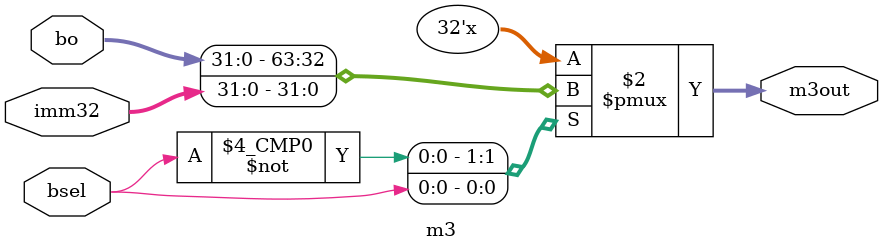
<source format=v>
module m3(bsel, bo, imm32, m3out);
  input bsel;
  input [31:0] bo, imm32;
  output reg [31:0] m3out;
  
  always@(bsel, bo, imm32)
    case(bsel)
      1'b0:
        m3out = bo;
      1'b1:
        m3out = imm32;
      default:
        m3out = 32'b0;
    endcase
endmodule

</source>
